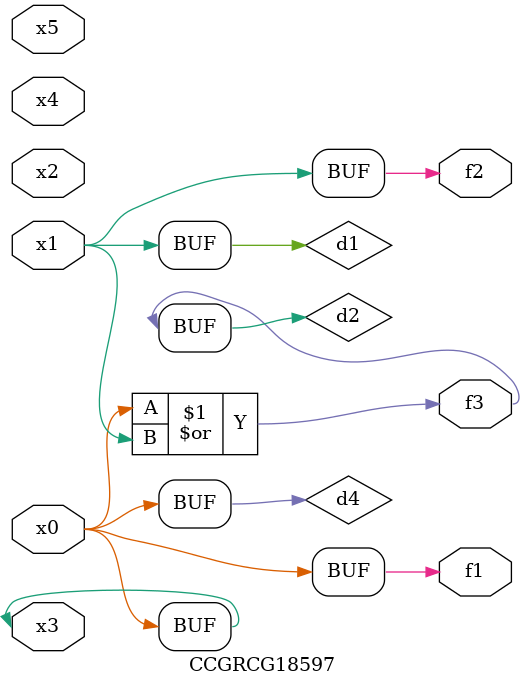
<source format=v>
module CCGRCG18597(
	input x0, x1, x2, x3, x4, x5,
	output f1, f2, f3
);

	wire d1, d2, d3, d4;

	and (d1, x1);
	or (d2, x0, x1);
	nand (d3, x0, x5);
	buf (d4, x0, x3);
	assign f1 = d4;
	assign f2 = d1;
	assign f3 = d2;
endmodule

</source>
